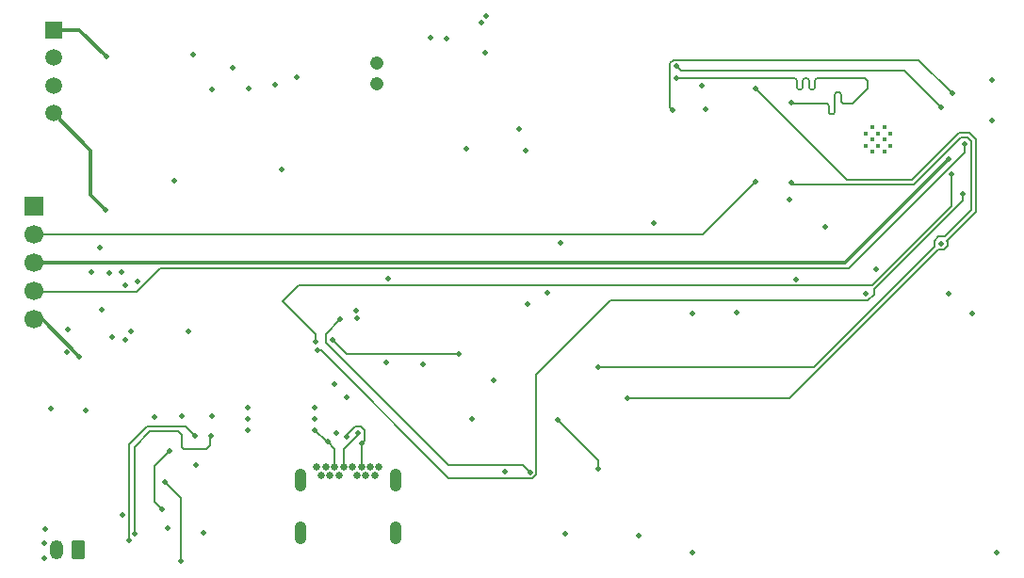
<source format=gbr>
%TF.GenerationSoftware,KiCad,Pcbnew,9.0.3*%
%TF.CreationDate,2025-09-24T14:37:44+05:30*%
%TF.ProjectId,esp_32,6573705f-3332-42e6-9b69-6361645f7063,rev?*%
%TF.SameCoordinates,Original*%
%TF.FileFunction,Copper,L4,Bot*%
%TF.FilePolarity,Positive*%
%FSLAX46Y46*%
G04 Gerber Fmt 4.6, Leading zero omitted, Abs format (unit mm)*
G04 Created by KiCad (PCBNEW 9.0.3) date 2025-09-24 14:37:44*
%MOMM*%
%LPD*%
G01*
G04 APERTURE LIST*
G04 Aperture macros list*
%AMRoundRect*
0 Rectangle with rounded corners*
0 $1 Rounding radius*
0 $2 $3 $4 $5 $6 $7 $8 $9 X,Y pos of 4 corners*
0 Add a 4 corners polygon primitive as box body*
4,1,4,$2,$3,$4,$5,$6,$7,$8,$9,$2,$3,0*
0 Add four circle primitives for the rounded corners*
1,1,$1+$1,$2,$3*
1,1,$1+$1,$4,$5*
1,1,$1+$1,$6,$7*
1,1,$1+$1,$8,$9*
0 Add four rect primitives between the rounded corners*
20,1,$1+$1,$2,$3,$4,$5,0*
20,1,$1+$1,$4,$5,$6,$7,0*
20,1,$1+$1,$6,$7,$8,$9,0*
20,1,$1+$1,$8,$9,$2,$3,0*%
G04 Aperture macros list end*
%TA.AperFunction,ComponentPad*%
%ADD10RoundRect,0.250000X0.350000X0.625000X-0.350000X0.625000X-0.350000X-0.625000X0.350000X-0.625000X0*%
%TD*%
%TA.AperFunction,ComponentPad*%
%ADD11O,1.200000X1.750000*%
%TD*%
%TA.AperFunction,ComponentPad*%
%ADD12R,1.508000X1.508000*%
%TD*%
%TA.AperFunction,ComponentPad*%
%ADD13C,1.508000*%
%TD*%
%TA.AperFunction,ComponentPad*%
%ADD14C,0.400000*%
%TD*%
%TA.AperFunction,ComponentPad*%
%ADD15C,0.650000*%
%TD*%
%TA.AperFunction,ComponentPad*%
%ADD16O,1.050000X2.100000*%
%TD*%
%TA.AperFunction,ComponentPad*%
%ADD17C,1.208000*%
%TD*%
%TA.AperFunction,ComponentPad*%
%ADD18R,1.700000X1.700000*%
%TD*%
%TA.AperFunction,ComponentPad*%
%ADD19C,1.700000*%
%TD*%
%TA.AperFunction,ViaPad*%
%ADD20C,0.500000*%
%TD*%
%TA.AperFunction,Conductor*%
%ADD21C,0.300000*%
%TD*%
%TA.AperFunction,Conductor*%
%ADD22C,0.200000*%
%TD*%
G04 APERTURE END LIST*
D10*
%TO.P,J5,1,1*%
%TO.N,/VBAT*%
X115750000Y-133750000D03*
D11*
%TO.P,J5,2,2*%
%TO.N,GND*%
X113750000Y-133750000D03*
%TD*%
D12*
%TO.P,J4,1,1*%
%TO.N,+3.3V*%
X113500000Y-87000000D03*
D13*
%TO.P,J4,2,2*%
%TO.N,/ESP32-c3-02/SDA*%
X113500000Y-89500000D03*
%TO.P,J4,3,3*%
%TO.N,/ESP32-c3-02/SCL*%
X113500000Y-92000000D03*
%TO.P,J4,4,4*%
%TO.N,GND*%
X113500000Y-94500000D03*
%TD*%
D14*
%TO.P,U3,28,GND*%
%TO.N,GND*%
X187100000Y-95750000D03*
%TO.P,U3,29,GND*%
X188200000Y-95750000D03*
%TO.P,U3,30,GND*%
X186550000Y-96300000D03*
%TO.P,U3,31,GND*%
X187650000Y-96300000D03*
%TO.P,U3,32,GND*%
X188750000Y-96300000D03*
%TO.P,U3,33,GND*%
X187100000Y-96850000D03*
%TO.P,U3,34,GND*%
X188200000Y-96850000D03*
%TO.P,U3,35,GND*%
X186550000Y-97400000D03*
%TO.P,U3,36,GND*%
X187650000Y-97400000D03*
%TO.P,U3,37,GND*%
X188750000Y-97400000D03*
%TO.P,U3,38,GND*%
X187100000Y-97950000D03*
%TO.P,U3,39,GND*%
X188200000Y-97950000D03*
%TD*%
D15*
%TO.P,J1,B1,GNDB1*%
%TO.N,GND*%
X142780000Y-126350000D03*
%TO.P,J1,B2,SSTXP2*%
%TO.N,unconnected-(J1-SSTXP2-PadB2)*%
X142380000Y-127060000D03*
%TO.P,J1,B3,SSTXN2*%
%TO.N,unconnected-(J1-SSTXN2-PadB3)*%
X141580000Y-127060000D03*
%TO.P,J1,B4,VBUSB1*%
%TO.N,/VBUS*%
X141180000Y-126350000D03*
%TO.P,J1,B5,CC2*%
%TO.N,Net-(J1-CC2)*%
X140780000Y-127060000D03*
%TO.P,J1,B6,DP2*%
%TO.N,/USB_DP*%
X140380000Y-126350000D03*
%TO.P,J1,B7,DN2*%
%TO.N,/USB_DN*%
X139580000Y-126350000D03*
%TO.P,J1,B8,SBU2*%
%TO.N,unconnected-(J1-SBU2-PadB8)*%
X139180000Y-127060000D03*
%TO.P,J1,B9,VBUSB2*%
%TO.N,/VBUS*%
X138780000Y-126350000D03*
%TO.P,J1,B10,SSRXN1*%
%TO.N,unconnected-(J1-SSRXN1-PadB10)*%
X138380000Y-127060000D03*
%TO.P,J1,B11,SSRXP1*%
%TO.N,unconnected-(J1-SSRXP1-PadB11)*%
X137580000Y-127060000D03*
%TO.P,J1,B12,GNDB2*%
%TO.N,GND*%
X137180000Y-126350000D03*
%TO.P,J1,G1,GND/SHIELD*%
X141980000Y-126350000D03*
%TO.P,J1,G2,GND/SHIELD*%
X137980000Y-126350000D03*
D16*
%TO.P,J1,S1,GND/SHIELD*%
X135710000Y-127500000D03*
%TO.P,J1,S2,GND/SHIELD*%
X144250000Y-127500000D03*
%TO.P,J1,S3,GND/SHIELD*%
X135710000Y-132230000D03*
%TO.P,J1,S4,GND/SHIELD*%
X144250000Y-132230000D03*
%TD*%
D17*
%TO.P,MK1,GND*%
%TO.N,GND*%
X142557500Y-89990000D03*
%TO.P,MK1,OUT*%
%TO.N,Net-(C17-Pad1)*%
X142557500Y-91890000D03*
%TD*%
D18*
%TO.P,J6,1,Pin_1*%
%TO.N,+3.3V*%
X111750000Y-102880000D03*
D19*
%TO.P,J6,2,Pin_2*%
%TO.N,/ESP32-c3-02/GPIO8*%
X111750000Y-105420000D03*
%TO.P,J6,3,Pin_3*%
%TO.N,/ESP32-c3-02/GPIO18*%
X111750000Y-107960000D03*
%TO.P,J6,4,Pin_4*%
%TO.N,/ESP32-c3-02/GPIO19*%
X111750000Y-110500000D03*
%TO.P,J6,5,Pin_5*%
%TO.N,GND*%
X111750000Y-113040000D03*
%TD*%
D20*
%TO.N,GND*%
X123800000Y-131850000D03*
X119750000Y-130650000D03*
%TO.N,Net-(U1-PROG1)*%
X126202405Y-123483818D03*
%TO.N,/ESP32-c3-02/PHOTO_C*%
X194289998Y-92739998D03*
X169200000Y-94250000D03*
%TO.N,/ESP32-c3-02/TX_RX*%
X195250000Y-101799998D03*
X137200000Y-115850000D03*
%TO.N,/ESP32-c3-02/RX_TX*%
X194228525Y-99978525D03*
X137100000Y-115050000D03*
%TO.N,Net-(U1-~{TE})*%
X123300000Y-130150000D03*
X123951054Y-124898946D03*
%TO.N,Net-(U1-PROG1)*%
X120300000Y-132950000D03*
%TO.N,Net-(U1-PROG3)*%
X127700000Y-123550000D03*
X120800000Y-132350000D03*
%TO.N,/ESP32-c3-02/EN*%
X165070000Y-120100000D03*
X176600000Y-92250000D03*
%TO.N,GND*%
X180215000Y-109450000D03*
X140800000Y-112950000D03*
X112650000Y-133150000D03*
X148852500Y-87752500D03*
X179650000Y-102250000D03*
X134025000Y-99550000D03*
X122600000Y-121850000D03*
X146750000Y-117050000D03*
X196075000Y-112550000D03*
X138800000Y-118850000D03*
X117850000Y-112150000D03*
X118200000Y-103200000D03*
X155973750Y-97873750D03*
X112700000Y-134500000D03*
X139900000Y-120062500D03*
X127750000Y-121775000D03*
X186500000Y-110750000D03*
X112750000Y-131900000D03*
X166102500Y-132450000D03*
X151096250Y-121953750D03*
X159540000Y-132300000D03*
X143625000Y-109400000D03*
X129600000Y-90450000D03*
X157900000Y-110679232D03*
X125050000Y-121775000D03*
X187475000Y-108550000D03*
X114700000Y-116000000D03*
X170975000Y-134050000D03*
X114800000Y-113950000D03*
X150643750Y-97706250D03*
X125650000Y-114150000D03*
X127800000Y-92350000D03*
X152400000Y-85750000D03*
X126320000Y-126150000D03*
X126100000Y-89250000D03*
X115850000Y-116400000D03*
X172100000Y-94150000D03*
X133430000Y-91900000D03*
X174900000Y-112450000D03*
X194000000Y-110750000D03*
X198275000Y-134050000D03*
X170975000Y-112550000D03*
%TO.N,/VBUS*%
X139900000Y-123600000D03*
X137000000Y-121000000D03*
X137000000Y-122000000D03*
X137000000Y-123000000D03*
X138152330Y-124050001D03*
X141230000Y-124200000D03*
%TO.N,+3.3V*%
X154076000Y-126750000D03*
X197900000Y-95150000D03*
X171800000Y-92000000D03*
X140750000Y-112250000D03*
X121050000Y-109650000D03*
X147400000Y-87700000D03*
X118750000Y-114650000D03*
X156150000Y-111650000D03*
X152312500Y-89062500D03*
X118550000Y-108850000D03*
X143400000Y-116950000D03*
X120000000Y-110000000D03*
X117700000Y-106600000D03*
X167500000Y-104350000D03*
X159050000Y-106135000D03*
X153100000Y-118550000D03*
X193325000Y-106225000D03*
X124400000Y-100550000D03*
X152000000Y-86350000D03*
X182900000Y-104750000D03*
X135350000Y-91250000D03*
X119650000Y-108750000D03*
X116950000Y-108800000D03*
X120500000Y-114100000D03*
X120000000Y-114850000D03*
X131100000Y-92300000D03*
X155350000Y-95892500D03*
X118250000Y-89400000D03*
%TO.N,/+5V_USB*%
X131000000Y-123000000D03*
X127000000Y-132250000D03*
X113300000Y-121050000D03*
X131000000Y-122000000D03*
X116400000Y-121250000D03*
X131000000Y-121000000D03*
%TO.N,/ESP32-c3-02/BOOT*%
X162439575Y-117310425D03*
X179800000Y-100750000D03*
%TO.N,/ESP32-c3-02/SCL*%
X193300000Y-93950000D03*
X169500000Y-90250000D03*
%TO.N,/ESP32-c3-02/SDA*%
X179800000Y-93550000D03*
X169500000Y-91350000D03*
%TO.N,/ESP32-c3-02/GPIO18*%
X194000000Y-98650000D03*
%TO.N,/ESP32-c3-02/GPIO19*%
X195400000Y-97299998D03*
%TO.N,/ESP32-c3-02/GPIO8*%
X176600000Y-100650000D03*
%TO.N,/ESP32-c3-02/RTS*%
X149900000Y-116150000D03*
X138599998Y-114899998D03*
%TO.N,Net-(Q3-B)*%
X158800000Y-122050000D03*
X162450000Y-126450000D03*
%TO.N,/ESP32-c3-02/DTR*%
X156350000Y-126800000D03*
X139300000Y-113050000D03*
%TO.N,Net-(FB1-Pad2)*%
X124950000Y-134812500D03*
X123500000Y-127650000D03*
%TO.N,/USB_DN*%
X140850000Y-123300000D03*
%TO.N,/USB_DP*%
X138928483Y-123270517D03*
%TO.N,GND*%
X197900000Y-91550000D03*
%TD*%
D21*
%TO.N,GND*%
X116850000Y-97850000D02*
X113500000Y-94500000D01*
X118200000Y-103200000D02*
X116850000Y-101850000D01*
X116850000Y-101850000D02*
X116850000Y-97850000D01*
D22*
%TO.N,Net-(U1-PROG3)*%
X127550000Y-123700000D02*
X127700000Y-123550000D01*
X127550000Y-124400000D02*
X127550000Y-123700000D01*
X127250000Y-124700000D02*
X127550000Y-124400000D01*
X125050000Y-123450000D02*
X125050000Y-124500000D01*
X124701000Y-123101000D02*
X125050000Y-123450000D01*
X125050000Y-124500000D02*
X125250000Y-124700000D01*
X125250000Y-124700000D02*
X127250000Y-124700000D01*
X120800000Y-124500000D02*
X122199000Y-123101000D01*
X120800000Y-132350000D02*
X120800000Y-124500000D01*
X122199000Y-123101000D02*
X124701000Y-123101000D01*
%TO.N,Net-(U1-~{TE})*%
X122600000Y-126250000D02*
X123951054Y-124898946D01*
X122600000Y-129450000D02*
X122600000Y-126250000D01*
X123300000Y-130150000D02*
X122600000Y-129450000D01*
%TO.N,/ESP32-c3-02/TX_RX*%
X195250000Y-102346388D02*
X195250000Y-101799998D01*
X187245388Y-110351000D02*
X195250000Y-102346388D01*
X187245388Y-110783844D02*
X187245388Y-110351000D01*
X156901000Y-127028232D02*
X156901000Y-117982867D01*
X156901000Y-117982867D02*
X163582867Y-111301000D01*
X149051000Y-127351000D02*
X156578232Y-127351000D01*
X156578232Y-127351000D02*
X156901000Y-127028232D01*
X163582867Y-111301000D02*
X186728232Y-111301000D01*
X137550000Y-115850000D02*
X149051000Y-127351000D01*
X186728232Y-111301000D02*
X187245388Y-110783844D01*
X137200000Y-115850000D02*
X137550000Y-115850000D01*
%TO.N,Net-(U1-PROG1)*%
X120300000Y-124300000D02*
X120300000Y-132950000D01*
X121900000Y-122700000D02*
X120300000Y-124300000D01*
X126174296Y-123454296D02*
X125420000Y-122700000D01*
X126174296Y-123455709D02*
X126174296Y-123454296D01*
X125420000Y-122700000D02*
X121900000Y-122700000D01*
X126202405Y-123483818D02*
X126174296Y-123455709D01*
%TO.N,/ESP32-c3-02/PHOTO_C*%
X169779232Y-89750000D02*
X191300000Y-89750000D01*
X169728232Y-89699000D02*
X169779232Y-89750000D01*
X169271768Y-89699000D02*
X169728232Y-89699000D01*
X168949000Y-90021768D02*
X169271768Y-89699000D01*
X191300000Y-89750000D02*
X194289998Y-92739998D01*
X168949000Y-93999000D02*
X168949000Y-90021768D01*
X169200000Y-94250000D02*
X168949000Y-93999000D01*
%TO.N,/ESP32-c3-02/RX_TX*%
X135550000Y-110000000D02*
X187100000Y-110000000D01*
X134150000Y-111400000D02*
X135550000Y-110000000D01*
X137100000Y-114350000D02*
X134150000Y-111400000D01*
X137100000Y-115050000D02*
X137100000Y-114350000D01*
X187100000Y-110000000D02*
X194228525Y-102871475D01*
X194228525Y-102871475D02*
X194228525Y-99978525D01*
%TO.N,/ESP32-c3-02/BOOT*%
X179950000Y-100900000D02*
X179800000Y-100750000D01*
X179950000Y-100950000D02*
X179950000Y-100900000D01*
X190850057Y-100950000D02*
X179950000Y-100950000D01*
X195101059Y-96698998D02*
X190850057Y-100950000D01*
X195648943Y-96698998D02*
X195101059Y-96698998D01*
X196001000Y-103161190D02*
X196001000Y-97051055D01*
X193588190Y-105574000D02*
X196001000Y-103161190D01*
X192674000Y-105955346D02*
X193055346Y-105574000D01*
X196001000Y-97051055D02*
X195648943Y-96698998D01*
X192674000Y-106488190D02*
X192674000Y-105955346D01*
X181851765Y-117310425D02*
X192674000Y-106488190D01*
X193055346Y-105574000D02*
X193588190Y-105574000D01*
X162439575Y-117310425D02*
X181851765Y-117310425D01*
%TO.N,/ESP32-c3-02/EN*%
X179700000Y-120100000D02*
X165070000Y-120100000D01*
X193060384Y-106739616D02*
X179700000Y-120100000D01*
X193096768Y-106776000D02*
X193060384Y-106739616D01*
X193553232Y-106776000D02*
X193096768Y-106776000D01*
X193876000Y-105996768D02*
X193876000Y-106453232D01*
X196452000Y-96864245D02*
X196452000Y-103348000D01*
X193839616Y-105960384D02*
X193876000Y-105996768D01*
X194914249Y-96247998D02*
X195835753Y-96247998D01*
X190663247Y-100499000D02*
X194914249Y-96247998D01*
X195835753Y-96247998D02*
X196452000Y-96864245D01*
X193876000Y-106453232D02*
X193553232Y-106776000D01*
X184849000Y-100499000D02*
X190663247Y-100499000D01*
X176600000Y-92250000D02*
X184849000Y-100499000D01*
X196452000Y-103348000D02*
X193839616Y-105960384D01*
D21*
%TO.N,GND*%
X112490000Y-113040000D02*
X115850000Y-116400000D01*
X111750000Y-113040000D02*
X112490000Y-113040000D01*
D22*
%TO.N,/VBUS*%
X141098943Y-122699000D02*
X140601057Y-122699000D01*
X138050001Y-124050001D02*
X137000000Y-123000000D01*
X141230000Y-124200000D02*
X141451000Y-123979000D01*
X141180000Y-124250000D02*
X141230000Y-124200000D01*
X141451000Y-123051057D02*
X141098943Y-122699000D01*
X140601057Y-122699000D02*
X139900000Y-123400057D01*
X141180000Y-126350000D02*
X141180000Y-124250000D01*
X138152330Y-124050001D02*
X138050001Y-124050001D01*
X138780000Y-124677671D02*
X138152330Y-124050001D01*
X138780000Y-126350000D02*
X138780000Y-124677671D01*
X141451000Y-123979000D02*
X141451000Y-123051057D01*
X139900000Y-123400057D02*
X139900000Y-123600000D01*
D21*
%TO.N,+3.3V*%
X115850000Y-87000000D02*
X118250000Y-89400000D01*
X113500000Y-87000000D02*
X115850000Y-87000000D01*
X118250000Y-89400000D02*
X118200000Y-89350000D01*
D22*
%TO.N,/ESP32-c3-02/SCL*%
X169900000Y-90650000D02*
X190000000Y-90650000D01*
X190000000Y-90650000D02*
X193300000Y-93950000D01*
X169500000Y-90250000D02*
X169900000Y-90650000D01*
%TO.N,/ESP32-c3-02/SDA*%
X181090000Y-91350000D02*
X181200000Y-91350000D01*
X179800000Y-93600000D02*
X181577742Y-93600000D01*
X185196965Y-91350000D02*
X184743450Y-91350000D01*
X184750000Y-93600000D02*
X185350000Y-93600000D01*
X180540000Y-92350000D02*
X180650000Y-92350000D01*
X182190000Y-91350000D02*
X182300000Y-91350000D01*
X181577742Y-93600000D02*
X182650000Y-93600000D01*
X186450000Y-91350000D02*
X185196965Y-91350000D01*
X184614963Y-93600000D02*
X184750000Y-93600000D01*
X184504963Y-93600000D02*
X184614963Y-93600000D01*
X186700000Y-91766666D02*
X186700000Y-91600000D01*
X183954963Y-92600000D02*
X184064963Y-92600000D01*
X186700000Y-92250000D02*
X186700000Y-91873376D01*
X183734963Y-93820000D02*
X183734963Y-93380000D01*
X169600000Y-91350000D02*
X180100000Y-91350000D01*
X181970000Y-92130000D02*
X181970000Y-91570000D01*
X181420000Y-91570000D02*
X181420000Y-92130000D01*
X183404963Y-94600000D02*
X183514963Y-94600000D01*
X184284963Y-92820000D02*
X184284963Y-93380000D01*
X183184963Y-93820000D02*
X183184963Y-94380000D01*
X186700000Y-91600000D02*
X186450000Y-91350000D01*
X183734963Y-94380000D02*
X183734963Y-93820000D01*
X182300000Y-91350000D02*
X183200000Y-91350000D01*
X183200000Y-91350000D02*
X184743450Y-91350000D01*
X185350000Y-93600000D02*
X186700000Y-92250000D01*
X180870000Y-92130000D02*
X180870000Y-91570000D01*
X169550000Y-91400000D02*
X169600000Y-91350000D01*
X186700000Y-91766666D02*
X186700000Y-91873376D01*
X182650000Y-93600000D02*
X182964963Y-93600000D01*
X181640000Y-92350000D02*
X181750000Y-92350000D01*
X180320000Y-91570000D02*
X180320000Y-92130000D01*
X183734963Y-93380000D02*
X183734963Y-92820000D01*
X182964963Y-93600000D02*
G75*
G02*
X183185000Y-93820000I37J-220000D01*
G01*
X180650000Y-92350000D02*
G75*
G03*
X180870000Y-92130000I0J220000D01*
G01*
X181970000Y-91570000D02*
G75*
G02*
X182190000Y-91350000I220000J0D01*
G01*
X181200000Y-91350000D02*
G75*
G02*
X181420000Y-91570000I0J-220000D01*
G01*
X183514963Y-94600000D02*
G75*
G03*
X183735000Y-94380000I37J220000D01*
G01*
X181750000Y-92350000D02*
G75*
G03*
X181970000Y-92130000I0J220000D01*
G01*
X180870000Y-91570000D02*
G75*
G02*
X181090000Y-91350000I220000J0D01*
G01*
X181420000Y-92130000D02*
G75*
G03*
X181640000Y-92350000I220000J0D01*
G01*
X180320000Y-92130000D02*
G75*
G03*
X180540000Y-92350000I220000J0D01*
G01*
X183184963Y-94380000D02*
G75*
G03*
X183404963Y-94600037I220037J0D01*
G01*
X184064963Y-92600000D02*
G75*
G02*
X184285000Y-92820000I37J-220000D01*
G01*
X183734963Y-92820000D02*
G75*
G02*
X183954963Y-92599963I220037J0D01*
G01*
X184284963Y-93380000D02*
G75*
G03*
X184504963Y-93600037I220037J0D01*
G01*
X180100000Y-91350000D02*
G75*
G02*
X180320000Y-91570000I0J-220000D01*
G01*
D21*
%TO.N,/ESP32-c3-02/GPIO18*%
X184690000Y-107960000D02*
X194000000Y-98650000D01*
X111750000Y-107960000D02*
X184690000Y-107960000D01*
D22*
%TO.N,/ESP32-c3-02/GPIO19*%
X185018232Y-108411000D02*
X195400000Y-98029232D01*
X120948943Y-110601000D02*
X123138943Y-108411000D01*
X123138943Y-108411000D02*
X185018232Y-108411000D01*
X111851000Y-110601000D02*
X120948943Y-110601000D01*
X111750000Y-110500000D02*
X111851000Y-110601000D01*
X195400000Y-98029232D02*
X195400000Y-97299998D01*
%TO.N,/ESP32-c3-02/GPIO8*%
X171830000Y-105420000D02*
X176600000Y-100650000D01*
X111750000Y-105420000D02*
X171830000Y-105420000D01*
%TO.N,/ESP32-c3-02/RTS*%
X139850000Y-116150000D02*
X138599998Y-114899998D01*
X149900000Y-116150000D02*
X139850000Y-116150000D01*
%TO.N,Net-(Q3-B)*%
X162450000Y-125700000D02*
X162450000Y-126450000D01*
X158800000Y-122050000D02*
X162450000Y-125700000D01*
X162450000Y-126450000D02*
X162450000Y-126350000D01*
%TO.N,/ESP32-c3-02/DTR*%
X137998998Y-114351002D02*
X137998998Y-115148941D01*
X155699000Y-126149000D02*
X156350000Y-126800000D01*
X139300000Y-113050000D02*
X137998998Y-114351002D01*
X137998998Y-115148941D02*
X148999057Y-126149000D01*
X148999057Y-126149000D02*
X155699000Y-126149000D01*
%TO.N,Net-(FB1-Pad2)*%
X124950000Y-129100000D02*
X124950000Y-134812500D01*
X123500000Y-127650000D02*
X124950000Y-129100000D01*
%TO.N,/USB_DN*%
X140850000Y-123300000D02*
X140850000Y-123429232D01*
X140850000Y-123429232D02*
X139580000Y-124699232D01*
X139580000Y-124699232D02*
X139580000Y-126350000D01*
%TD*%
M02*

</source>
